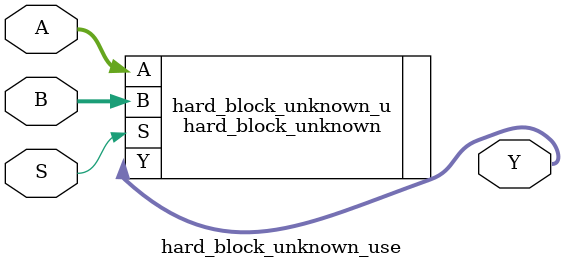
<source format=v>
module hard_block_unknown_use(A, B, S, Y);

  parameter WIDTH = 4;

  input [WIDTH-1:0] A, B;
  input S;

  output [WIDTH-1:0] Y;
  
  hard_block_unknown hard_block_unknown_u(.A(A), .B(B), .S(S), .Y(Y));
  
endmodule

</source>
